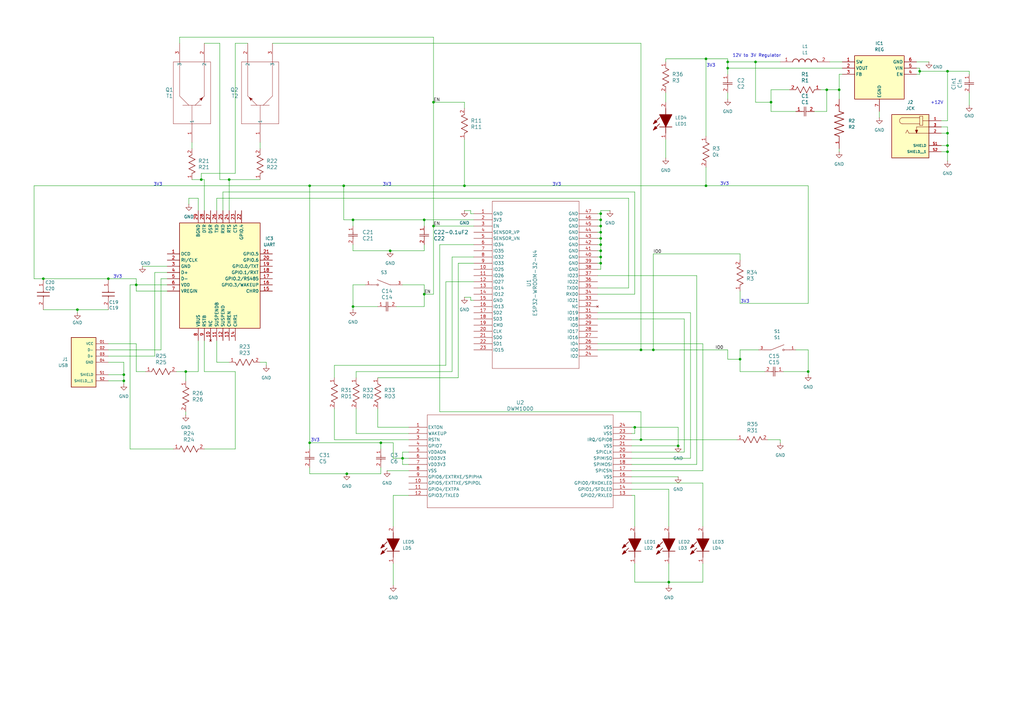
<source format=kicad_sch>
(kicad_sch (version 20231120) (generator "eeschema") (generator_version "8.0")
  (paper "A3")
  (junction (at 246.38 97.79))
  (junction (at 93.98 73.66))
  (junction (at 177.8 92.71))
  (junction (at 246.38 107.95))
  (junction (at 344.17 36.83))
  (junction (at 17.78 114.3))
  (junction (at 298.45 27.94))
  (junction (at 246.38 90.17))
  (junction (at 388.62 62.23))
  (junction (at 165.1 187.96))
  (junction (at 173.99 120.65))
  (junction (at 127 76.2))
  (junction (at 246.38 102.87))
  (junction (at 44.45 114.3))
  (junction (at 246.38 92.71))
  (junction (at 246.38 105.41))
  (junction (at 144.78 125.73))
  (junction (at 55.88 116.84))
  (junction (at 303.53 147.32))
  (junction (at 289.56 24.13))
  (junction (at 262.89 143.51))
  (junction (at 267.97 143.51))
  (junction (at 31.75 127))
  (junction (at 246.38 100.33))
  (junction (at 246.38 87.63))
  (junction (at 339.09 36.83))
  (junction (at 127 181.61))
  (junction (at 76.2 152.4))
  (junction (at 173.99 90.17))
  (junction (at 309.88 25.4))
  (junction (at 316.23 41.91))
  (junction (at 388.62 29.21))
  (junction (at 260.35 175.26))
  (junction (at 331.47 152.4))
  (junction (at 156.21 181.61))
  (junction (at 140.97 76.2))
  (junction (at 377.19 29.21))
  (junction (at 388.62 59.69))
  (junction (at 274.32 238.76))
  (junction (at 246.38 95.25))
  (junction (at 289.56 76.2))
  (junction (at 82.55 73.66))
  (junction (at 190.5 76.2))
  (junction (at 388.62 54.61))
  (junction (at 144.78 90.17))
  (junction (at 298.45 25.4))
  (junction (at 160.02 102.87))
  (junction (at 50.8 153.67))
  (junction (at 278.13 182.88))
  (junction (at 262.89 180.34))
  (junction (at 142.24 194.31))
  (junction (at 50.8 156.21))
  (junction (at 177.8 41.91))
  (wire (pts (xy 144.78 92.71) (xy 144.78 90.17)))
  (wire (pts (xy 288.29 140.97) (xy 288.29 193.04)))
  (wire (pts (xy 278.13 175.26) (xy 278.13 182.88)))
  (wire (pts (xy 81.28 81.28) (xy 77.47 81.28)))
  (wire (pts (xy 259.08 203.2) (xy 260.35 203.2)))
  (wire (pts (xy 127 191.77) (xy 127 194.31)))
  (wire (pts (xy 194.31 107.95) (xy 187.96 107.95)))
  (wire (pts (xy 182.88 149.86) (xy 137.16 149.86)))
  (wire (pts (xy 245.11 140.97) (xy 288.29 140.97)))
  (wire (pts (xy 194.31 115.57) (xy 182.88 115.57)))
  (wire (pts (xy 127 194.31) (xy 142.24 194.31)))
  (wire (pts (xy 109.22 148.59) (xy 106.68 148.59)))
  (wire (pts (xy 273.05 25.4) (xy 273.05 24.13)))
  (wire (pts (xy 140.97 76.2) (xy 190.5 76.2)))
  (wire (pts (xy 93.98 73.66) (xy 106.68 73.66)))
  (wire (pts (xy 194.31 100.33) (xy 180.34 100.33)))
  (wire (pts (xy 167.64 177.8) (xy 146.05 177.8)))
  (wire (pts (xy 298.45 25.4) (xy 298.45 27.94)))
  (wire (pts (xy 63.5 146.05) (xy 63.5 111.76)))
  (wire (pts (xy 83.82 73.66) (xy 83.82 86.36)))
  (wire (pts (xy 17.78 114.3) (xy 44.45 114.3)))
  (wire (pts (xy 66.04 114.3) (xy 68.58 114.3)))
  (wire (pts (xy 91.44 78.74) (xy 260.35 78.74)))
  (wire (pts (xy 331.47 143.51) (xy 326.39 143.51)))
  (wire (pts (xy 259.08 198.12) (xy 288.29 198.12)))
  (wire (pts (xy 194.31 92.71) (xy 177.8 92.71)))
  (wire (pts (xy 53.34 116.84) (xy 55.88 116.84)))
  (wire (pts (xy 13.97 114.3) (xy 17.78 114.3)))
  (wire (pts (xy 193.04 86.36) (xy 190.5 86.36)))
  (wire (pts (xy 142.24 194.31) (xy 156.21 194.31)))
  (wire (pts (xy 173.99 90.17) (xy 194.31 90.17)))
  (wire (pts (xy 144.78 100.33) (xy 144.78 102.87)))
  (wire (pts (xy 156.21 191.77) (xy 156.21 194.31)))
  (wire (pts (xy 140.97 90.17) (xy 144.78 90.17)))
  (wire (pts (xy 375.92 30.48) (xy 377.19 30.48)))
  (wire (pts (xy 267.97 143.51) (xy 298.45 143.51)))
  (wire (pts (xy 303.53 143.51) (xy 311.15 143.51)))
  (wire (pts (xy 88.9 148.59) (xy 93.98 148.59)))
  (wire (pts (xy 173.99 116.84) (xy 165.1 116.84)))
  (wire (pts (xy 331.47 124.46) (xy 331.47 76.2)))
  (wire (pts (xy 161.29 181.61) (xy 161.29 187.96)))
  (wire (pts (xy 190.5 57.15) (xy 190.5 76.2)))
  (wire (pts (xy 173.99 120.65) (xy 173.99 125.73)))
  (wire (pts (xy 377.19 29.21) (xy 388.62 29.21)))
  (wire (pts (xy 257.81 81.28) (xy 257.81 118.11)))
  (wire (pts (xy 73.66 15.24) (xy 177.8 15.24)))
  (wire (pts (xy 316.23 41.91) (xy 316.23 36.83)))
  (wire (pts (xy 194.31 105.41) (xy 185.42 105.41)))
  (wire (pts (xy 83.82 17.78) (xy 90.17 17.78)))
  (wire (pts (xy 245.11 92.71) (xy 246.38 92.71)))
  (wire (pts (xy 246.38 87.63) (xy 246.38 90.17)))
  (wire (pts (xy 260.35 175.26) (xy 278.13 175.26)))
  (wire (pts (xy 289.56 24.13) (xy 289.56 55.88)))
  (wire (pts (xy 83.82 152.4) (xy 96.52 152.4)))
  (wire (pts (xy 274.32 238.76) (xy 274.32 240.03)))
  (wire (pts (xy 88.9 86.36) (xy 88.9 81.28)))
  (wire (pts (xy 259.08 187.96) (xy 283.21 187.96)))
  (wire (pts (xy 137.16 149.86) (xy 137.16 154.94)))
  (wire (pts (xy 96.52 17.78) (xy 96.52 71.12)))
  (wire (pts (xy 167.64 203.2) (xy 161.29 203.2)))
  (wire (pts (xy 273.05 57.15) (xy 273.05 64.77)))
  (wire (pts (xy 344.17 30.48) (xy 344.17 36.83)))
  (wire (pts (xy 245.11 113.03) (xy 285.75 113.03)))
  (wire (pts (xy 165.1 187.96) (xy 167.64 187.96)))
  (wire (pts (xy 165.1 190.5) (xy 165.1 187.96)))
  (wire (pts (xy 260.35 231.14) (xy 260.35 238.76)))
  (wire (pts (xy 154.94 175.26) (xy 154.94 167.64)))
  (wire (pts (xy 71.12 184.15) (xy 53.34 184.15)))
  (wire (pts (xy 144.78 102.87) (xy 160.02 102.87)))
  (wire (pts (xy 106.68 58.42) (xy 106.68 60.96)))
  (wire (pts (xy 144.78 116.84) (xy 149.86 116.84)))
  (wire (pts (xy 146.05 152.4) (xy 146.05 154.94)))
  (wire (pts (xy 44.45 148.59) (xy 50.8 148.59)))
  (wire (pts (xy 259.08 195.58) (xy 278.13 195.58)))
  (wire (pts (xy 165.1 185.42) (xy 165.1 187.96)))
  (wire (pts (xy 388.62 29.21) (xy 397.51 29.21)))
  (wire (pts (xy 167.64 175.26) (xy 154.94 175.26)))
  (wire (pts (xy 259.08 200.66) (xy 274.32 200.66)))
  (wire (pts (xy 127 76.2) (xy 127 181.61)))
  (wire (pts (xy 386.08 54.61) (xy 388.62 54.61)))
  (wire (pts (xy 167.64 180.34) (xy 137.16 180.34)))
  (wire (pts (xy 144.78 116.84) (xy 144.78 125.73)))
  (wire (pts (xy 280.67 130.81) (xy 280.67 185.42)))
  (wire (pts (xy 298.45 38.1) (xy 298.45 40.64)))
  (wire (pts (xy 334.01 45.72) (xy 339.09 45.72)))
  (wire (pts (xy 96.52 71.12) (xy 82.55 71.12)))
  (wire (pts (xy 193.04 87.63) (xy 194.31 87.63)))
  (wire (pts (xy 320.04 181.61) (xy 320.04 180.34)))
  (wire (pts (xy 298.45 147.32) (xy 303.53 147.32)))
  (wire (pts (xy 44.45 146.05) (xy 63.5 146.05)))
  (wire (pts (xy 101.6 17.78) (xy 96.52 17.78)))
  (wire (pts (xy 397.51 29.21) (xy 397.51 30.48)))
  (wire (pts (xy 44.45 156.21) (xy 50.8 156.21)))
  (wire (pts (xy 161.29 187.96) (xy 165.1 187.96)))
  (wire (pts (xy 167.64 185.42) (xy 165.1 185.42)))
  (wire (pts (xy 13.97 76.2) (xy 13.97 114.3)))
  (wire (pts (xy 76.2 168.91) (xy 76.2 170.18)))
  (wire (pts (xy 156.21 181.61) (xy 161.29 181.61)))
  (wire (pts (xy 388.62 52.07) (xy 388.62 54.61)))
  (wire (pts (xy 90.17 73.66) (xy 93.98 73.66)))
  (wire (pts (xy 246.38 90.17) (xy 246.38 92.71)))
  (wire (pts (xy 303.53 152.4) (xy 303.53 147.32)))
  (wire (pts (xy 316.23 36.83) (xy 323.85 36.83)))
  (wire (pts (xy 73.66 17.78) (xy 73.66 15.24)))
  (wire (pts (xy 185.42 152.4) (xy 146.05 152.4)))
  (wire (pts (xy 68.58 119.38) (xy 55.88 119.38)))
  (wire (pts (xy 53.34 184.15) (xy 53.34 116.84)))
  (wire (pts (xy 273.05 38.1) (xy 273.05 41.91)))
  (wire (pts (xy 185.42 105.41) (xy 185.42 152.4)))
  (wire (pts (xy 262.89 180.34) (xy 302.26 180.34)))
  (wire (pts (xy 288.29 231.14) (xy 288.29 238.76)))
  (wire (pts (xy 339.09 36.83) (xy 339.09 45.72)))
  (wire (pts (xy 165.1 190.5) (xy 167.64 190.5)))
  (wire (pts (xy 190.5 121.92) (xy 193.04 121.92)))
  (wire (pts (xy 146.05 177.8) (xy 146.05 167.64)))
  (wire (pts (xy 267.97 104.14) (xy 303.53 104.14)))
  (wire (pts (xy 246.38 95.25) (xy 246.38 97.79)))
  (wire (pts (xy 386.08 49.53) (xy 388.62 49.53)))
  (wire (pts (xy 262.89 143.51) (xy 262.89 17.78)))
  (wire (pts (xy 345.44 30.48) (xy 344.17 30.48)))
  (wire (pts (xy 246.38 86.36) (xy 250.19 86.36)))
  (wire (pts (xy 78.74 58.42) (xy 78.74 60.96)))
  (wire (pts (xy 127 184.15) (xy 127 181.61)))
  (wire (pts (xy 288.29 238.76) (xy 274.32 238.76)))
  (wire (pts (xy 375.92 27.94) (xy 377.19 27.94)))
  (wire (pts (xy 262.89 143.51) (xy 267.97 143.51)))
  (wire (pts (xy 55.88 152.4) (xy 59.69 152.4)))
  (wire (pts (xy 88.9 81.28) (xy 257.81 81.28)))
  (wire (pts (xy 246.38 92.71) (xy 246.38 95.25)))
  (wire (pts (xy 245.11 87.63) (xy 246.38 87.63)))
  (wire (pts (xy 66.04 143.51) (xy 66.04 114.3)))
  (wire (pts (xy 156.21 181.61) (xy 156.21 184.15)))
  (wire (pts (xy 180.34 100.33) (xy 180.34 168.91)))
  (wire (pts (xy 273.05 24.13) (xy 289.56 24.13)))
  (wire (pts (xy 17.78 127) (xy 31.75 127)))
  (wire (pts (xy 88.9 148.59) (xy 88.9 139.7)))
  (wire (pts (xy 96.52 152.4) (xy 96.52 184.15)))
  (wire (pts (xy 187.96 107.95) (xy 187.96 154.94)))
  (wire (pts (xy 173.99 116.84) (xy 173.99 120.65)))
  (wire (pts (xy 331.47 143.51) (xy 331.47 152.4)))
  (wire (pts (xy 55.88 119.38) (xy 55.88 116.84)))
  (wire (pts (xy 245.11 128.27) (xy 283.21 128.27)))
  (wire (pts (xy 344.17 36.83) (xy 339.09 36.83)))
  (wire (pts (xy 260.35 78.74) (xy 260.35 120.65)))
  (wire (pts (xy 340.36 25.4) (xy 345.44 25.4)))
  (wire (pts (xy 161.29 231.14) (xy 161.29 240.03)))
  (wire (pts (xy 245.11 102.87) (xy 246.38 102.87)))
  (wire (pts (xy 127 76.2) (xy 140.97 76.2)))
  (wire (pts (xy 388.62 59.69) (xy 388.62 62.23)))
  (wire (pts (xy 177.8 41.91) (xy 190.5 41.91)))
  (wire (pts (xy 245.11 143.51) (xy 262.89 143.51)))
  (wire (pts (xy 298.45 143.51) (xy 298.45 147.32)))
  (wire (pts (xy 309.88 25.4) (xy 309.88 41.91)))
  (wire (pts (xy 173.99 90.17) (xy 173.99 92.71)))
  (wire (pts (xy 13.97 76.2) (xy 127 76.2)))
  (wire (pts (xy 289.56 76.2) (xy 331.47 76.2)))
  (wire (pts (xy 321.31 152.4) (xy 331.47 152.4)))
  (wire (pts (xy 158.75 193.04) (xy 167.64 193.04)))
  (wire (pts (xy 161.29 203.2) (xy 161.29 215.9)))
  (wire (pts (xy 83.82 139.7) (xy 83.82 152.4)))
  (wire (pts (xy 303.53 124.46) (xy 331.47 124.46)))
  (wire (pts (xy 316.23 45.72) (xy 316.23 41.91)))
  (wire (pts (xy 262.89 17.78) (xy 111.76 17.78)))
  (wire (pts (xy 285.75 113.03) (xy 285.75 190.5)))
  (wire (pts (xy 245.11 107.95) (xy 246.38 107.95)))
  (wire (pts (xy 55.88 116.84) (xy 68.58 116.84)))
  (wire (pts (xy 259.08 182.88) (xy 278.13 182.88)))
  (wire (pts (xy 344.17 36.83) (xy 344.17 40.64)))
  (wire (pts (xy 31.75 127) (xy 44.45 127)))
  (wire (pts (xy 58.42 109.22) (xy 68.58 109.22)))
  (wire (pts (xy 162.56 125.73) (xy 173.99 125.73)))
  (wire (pts (xy 298.45 30.48) (xy 298.45 27.94)))
  (wire (pts (xy 388.62 62.23) (xy 388.62 66.04)))
  (wire (pts (xy 360.68 45.72) (xy 360.68 48.26)))
  (wire (pts (xy 386.08 59.69) (xy 388.62 59.69)))
  (wire (pts (xy 137.16 180.34) (xy 137.16 167.64)))
  (wire (pts (xy 144.78 125.73) (xy 144.78 127)))
  (wire (pts (xy 289.56 24.13) (xy 298.45 24.13)))
  (wire (pts (xy 280.67 185.42) (xy 259.08 185.42)))
  (wire (pts (xy 144.78 125.73) (xy 154.94 125.73)))
  (wire (pts (xy 260.35 203.2) (xy 260.35 215.9)))
  (wire (pts (xy 50.8 157.48) (xy 50.8 156.21)))
  (wire (pts (xy 259.08 177.8) (xy 260.35 177.8)))
  (wire (pts (xy 109.22 149.86) (xy 109.22 148.59)))
  (wire (pts (xy 246.38 100.33) (xy 246.38 102.87)))
  (wire (pts (xy 182.88 115.57) (xy 182.88 149.86)))
  (wire (pts (xy 285.75 190.5) (xy 259.08 190.5)))
  (wire (pts (xy 298.45 24.13) (xy 298.45 25.4)))
  (wire (pts (xy 274.32 231.14) (xy 274.32 238.76)))
  (wire (pts (xy 245.11 110.49) (xy 246.38 110.49)))
  (wire (pts (xy 180.34 168.91) (xy 262.89 168.91)))
  (wire (pts (xy 63.5 111.76) (xy 68.58 111.76)))
  (wire (pts (xy 82.55 73.66) (xy 83.82 73.66)))
  (wire (pts (xy 78.74 73.66) (xy 82.55 73.66)))
  (wire (pts (xy 127 181.61) (xy 156.21 181.61)))
  (wire (pts (xy 298.45 27.94) (xy 345.44 27.94)))
  (wire (pts (xy 193.04 87.63) (xy 193.04 86.36)))
  (wire (pts (xy 144.78 90.17) (xy 173.99 90.17)))
  (wire (pts (xy 259.08 175.26) (xy 260.35 175.26)))
  (wire (pts (xy 55.88 114.3) (xy 55.88 116.84)))
  (wire (pts (xy 397.51 38.1) (xy 397.51 43.18)))
  (wire (pts (xy 44.45 153.67) (xy 50.8 153.67)))
  (wire (pts (xy 260.35 175.26) (xy 260.35 177.8)))
  (wire (pts (xy 320.04 25.4) (xy 309.88 25.4)))
  (wire (pts (xy 314.96 180.34) (xy 320.04 180.34)))
  (wire (pts (xy 245.11 130.81) (xy 280.67 130.81)))
  (wire (pts (xy 187.96 154.94) (xy 154.94 154.94)))
  (wire (pts (xy 31.75 128.27) (xy 31.75 127)))
  (wire (pts (xy 76.2 152.4) (xy 81.28 152.4)))
  (wire (pts (xy 44.45 143.51) (xy 66.04 143.51)))
  (wire (pts (xy 96.52 184.15) (xy 83.82 184.15)))
  (wire (pts (xy 303.53 119.38) (xy 303.53 124.46)))
  (wire (pts (xy 245.11 100.33) (xy 246.38 100.33)))
  (wire (pts (xy 344.17 60.96) (xy 344.17 62.23)))
  (wire (pts (xy 193.04 121.92) (xy 193.04 123.19)))
  (wire (pts (xy 76.2 152.4) (xy 76.2 156.21)))
  (wire (pts (xy 375.92 25.4) (xy 381 25.4)))
  (wire (pts (xy 309.88 41.91) (xy 316.23 41.91)))
  (wire (pts (xy 245.11 95.25) (xy 246.38 95.25)))
  (wire (pts (xy 313.69 152.4) (xy 303.53 152.4)))
  (wire (pts (xy 246.38 110.49) (xy 246.38 107.95)))
  (wire (pts (xy 173.99 100.33) (xy 173.99 102.87)))
  (wire (pts (xy 259.08 193.04) (xy 288.29 193.04)))
  (wire (pts (xy 44.45 140.97) (xy 55.88 140.97)))
  (wire (pts (xy 288.29 198.12) (xy 288.29 215.9)))
  (wire (pts (xy 339.09 36.83) (xy 336.55 36.83)))
  (wire (pts (xy 260.35 120.65) (xy 245.11 120.65)))
  (wire (pts (xy 177.8 41.91) (xy 177.8 92.71)))
  (wire (pts (xy 245.11 118.11) (xy 257.81 118.11)))
  (wire (pts (xy 82.55 71.12) (xy 82.55 73.66)))
  (wire (pts (xy 377.19 29.21) (xy 377.19 30.48)))
  (wire (pts (xy 331.47 152.4) (xy 331.47 153.67)))
  (wire (pts (xy 81.28 139.7) (xy 81.28 152.4)))
  (wire (pts (xy 245.11 90.17) (xy 246.38 90.17)))
  (wire (pts (xy 386.08 52.07) (xy 388.62 52.07)))
  (wire (pts (xy 177.8 120.65) (xy 177.8 92.71)))
  (wire (pts (xy 267.97 104.14) (xy 267.97 143.51)))
  (wire (pts (xy 177.8 15.24) (xy 177.8 41.91)))
  (wire (pts (xy 262.89 168.91) (xy 262.89 180.34)))
  (wire (pts (xy 260.35 238.76) (xy 274.32 238.76)))
  (wire (pts (xy 259.08 180.34) (xy 262.89 180.34)))
  (wire (pts (xy 289.56 68.58) (xy 289.56 76.2)))
  (wire (pts (xy 193.04 123.19) (xy 194.31 123.19)))
  (wire (pts (xy 93.98 73.66) (xy 93.98 86.36)))
  (wire (pts (xy 246.38 105.41) (xy 246.38 107.95)))
  (wire (pts (xy 326.39 45.72) (xy 316.23 45.72)))
  (wire (pts (xy 246.38 102.87) (xy 246.38 105.41)))
  (wire (pts (xy 44.45 114.3) (xy 55.88 114.3)))
  (wire (pts (xy 140.97 76.2) (xy 140.97 90.17)))
  (wire (pts (xy 303.53 147.32) (xy 303.53 143.51)))
  (wire (pts (xy 72.39 152.4) (xy 76.2 152.4)))
  (wire (pts (xy 377.19 27.94) (xy 377.19 29.21)))
  (wire (pts (xy 303.53 104.14) (xy 303.53 106.68)))
  (wire (pts (xy 50.8 148.59) (xy 50.8 153.67)))
  (wire (pts (xy 160.02 102.87) (xy 173.99 102.87)))
  (wire (pts (xy 245.11 97.79) (xy 246.38 97.79)))
  (wire (pts (xy 90.17 17.78) (xy 90.17 73.66)))
  (wire (pts (xy 91.44 78.74) (xy 91.44 86.36)))
  (wire (pts (xy 274.32 200.66) (xy 274.32 215.9)))
  (wire (pts (xy 388.62 29.21) (xy 388.62 49.53)))
  (wire (pts (xy 298.45 25.4) (xy 309.88 25.4)))
  (wire (pts (xy 77.47 81.28) (xy 77.47 83.82)))
  (wire (pts (xy 246.38 87.63) (xy 246.38 86.36)))
  (wire (pts (xy 173.99 120.65) (xy 177.8 120.65)))
  (wire (pts (xy 388.62 54.61) (xy 388.62 59.69)))
  (wire (pts (xy 246.38 97.79) (xy 246.38 100.33)))
  (wire (pts (xy 81.28 86.36) (xy 81.28 81.28)))
  (wire (pts (xy 190.5 76.2) (xy 289.56 76.2)))
  (wire (pts (xy 50.8 153.67) (xy 50.8 156.21)))
  (wire (pts (xy 386.08 62.23) (xy 388.62 62.23)))
  (wire (pts (xy 245.11 105.41) (xy 246.38 105.41)))
  (wire (pts (xy 55.88 140.97) (xy 55.88 152.4)))
  (wire (pts (xy 283.21 128.27) (xy 283.21 187.96)))
  (wire (pts (xy 190.5 41.91) (xy 190.5 44.45)))
  (text "3V3" (at 64.77 75.692 0) (effects (font (size 1.27 1.27))))
  (text "+12V" (at 384.302 42.164 0) (effects (font (size 1.27 1.27))))
  (text "3V3" (at 291.592 26.924 0) (effects (font (size 1.27 1.27))))
  (text "3V3" (at 305.562 123.698 0) (effects (font (size 1.27 1.27))))
  (text "3V3" (at 48.26 113.538 0) (effects (font (size 1.27 1.27))))
  (text "3V3" (at 158.75 75.692 0) (effects (font (size 1.27 1.27))))
  (text "3V3" (at 129.286 180.594 0) (effects (font (size 1.27 1.27))))
  (text "12V to 3V Regulator" (at 310.388 22.86 0) (effects (font (size 1.27 1.27))))
  (text "3V3" (at 297.18 75.438 0) (effects (font (size 1.27 1.27))))
  (text "3V3" (at 228.346 75.692 0) (effects (font (size 1.27 1.27))))
  (label "IO0" (at 267.97 104.14 0))
  (label "IO0" (at 293.37 143.51 0))
  (label "EN" (at 177.8 92.71 0))
  (label "EN" (at 177.8 41.91 0))
  (label "EN" (at 173.99 120.65 0))
  (symbol (lib_id "87583-2010RLF:87583-2010RLF") (at 34.29 146.05 0) (mirror y) (unit 1)
    (property "Reference" "J1" (at 27.94 147.3199 0) (effects (justify left)))
    (property "Value" "USB" (at 27.94 149.8599 0) (effects (justify left)))
    (property "Footprint" "SD V2 USB to UART Components:AMPHENOL_87583-2010RLF" (effects (hide yes)))
    (property "PARTREV" "AD" (effects (hide yes)))
    (property "MANUFACTURER" "Amphenol" (effects (hide yes)))
    (property "MAXIMUM_PACKAGE_HEIGHT" "7.74mm" (effects (hide yes)))
    (property "STANDARD" "Manufacturer Recommendations" (effects (hide yes)))
  )
  (symbol (lib_id "2024-09-04_21-57-04:RG2012P-105-B-T5") (at 154.94 154.94 270) (unit 1)
    (property "Reference" "R33" (at 157.48 160.0199 90) (effects (font (size 1.524 1.524)) (justify left)))
    (property "Value" "RD3" (at 157.48 162.5599 90) (effects (font (size 1.524 1.524)) (justify left)))
    (property "Footprint" "SD V2 USB to UART Components:RES_1220_SUS" (effects (hide yes)))
    (property "Datasheet" "RG2012P-105-B-T5" (effects (hide yes)))
  )
  (symbol (lib_id "power:GND") (at 77.47 83.82 0) (unit 1)
    (property "Reference" "#PWR013" (effects (hide yes)))
    (property "Value" "GND" (at 77.47 88.9 0))
    (property "Description" "Power symbol creates a global label with name \"GND\" , ground" (effects (hide yes)))
  )
  (symbol (lib_id "2024-09-06_13-28-08:CC0805KRX7R9BB104") (at 321.31 152.4 180) (unit 1)
    (property "Reference" "C15" (at 317.5 146.05 0) (effects (font (size 1.524 1.524))))
    (property "Value" "C15" (at 317.5 148.59 0) (effects (font (size 1.524 1.524))))
    (property "Footprint" "SD V2 ESP32 Components:CC0805N_YAG" (effects (hide yes)))
    (property "Datasheet" "CC0805KRX7R9BB104" (effects (hide yes)))
  )
  (symbol (lib_id "2024-09-04_21-57-04:RG2012P-105-B-T5") (at 273.05 25.4 270) (unit 1)
    (property "Reference" "R36" (at 275.59 30.4799 90) (effects (font (size 1.524 1.524)) (justify left)))
    (property "Value" "R3" (at 275.59 33.0199 90) (effects (font (size 1.524 1.524)) (justify left)))
    (property "Footprint" "SD V2 USB to UART Components:RES_1220_SUS" (effects (hide yes)))
    (property "Datasheet" "RG2012P-105-B-T5" (effects (hide yes)))
  )
  (symbol (lib_id "2024-09-06_12-33-39:RMCF0805FT47K5") (at 76.2 156.21 270) (unit 1)
    (property "Reference" "R26" (at 78.74 161.2899 90) (effects (font (size 1.524 1.524)) (justify left)))
    (property "Value" "R26" (at 78.74 163.8299 90) (effects (font (size 1.524 1.524)) (justify left)))
    (property "Footprint" "SD V2 USB to UART Components:STA_RMCF080547.5K_STP" (effects (hide yes)))
    (property "Datasheet" "RMCF0805FT47K5" (effects (hide yes)))
  )
  (symbol (lib_id "power:GND") (at 274.32 240.03 0) (unit 1)
    (property "Reference" "#PWR025" (effects (hide yes)))
    (property "Value" "GND" (at 274.32 245.11 0))
    (property "Description" "Power symbol creates a global label with name \"GND\" , ground" (effects (hide yes)))
  )
  (symbol (lib_id "2024-09-06_12-42-36:ERJ-6GEYJ103V") (at 314.96 180.34 0) (mirror y) (unit 1)
    (property "Reference" "R35" (at 308.61 173.99 0) (effects (font (size 1.524 1.524))))
    (property "Value" "R31" (at 308.61 176.53 0) (effects (font (size 1.524 1.524))))
    (property "Footprint" "SD V2 USB to UART Components:RC0805N_PAN" (effects (hide yes)))
    (property "Datasheet" "ERJ-6GEYJ103V" (effects (hide yes)))
  )
  (symbol (lib_id "2024-09-06_12-42-36:ERJ-6GEYJ103V") (at 106.68 60.96 90) (mirror x) (unit 1)
    (property "Reference" "R22" (at 109.22 66.0399 90) (effects (font (size 1.524 1.524)) (justify right)))
    (property "Value" "R22" (at 109.22 68.5799 90) (effects (font (size 1.524 1.524)) (justify right)))
    (property "Footprint" "SD V2 USB to UART Components:RC0805N_PAN" (effects (hide yes)))
    (property "Datasheet" "ERJ-6GEYJ103V" (effects (hide yes)))
  )
  (symbol (lib_id "2024-08-07_20-06-52:ESP32-WROOM-32-N4") (at 194.31 87.63 0) (unit 1)
    (property "Reference" "U1" (at 216.916 116.078 90) (effects (font (size 1.524 1.524))))
    (property "Value" "ESP32-WROOM-32-N4" (at 219.456 116.078 90) (effects (font (size 1.524 1.524))))
    (property "Footprint" "SD V2 ESP32 Components:MOD_ESP32-WROOM-32_EXP" (effects (hide yes)))
    (property "Datasheet" "ESP32-WROOM-32-N4" (effects (hide yes)))
  )
  (symbol (lib_id "2024-09-06_13-28-08:CC0805KRX7R9BB104") (at 154.94 125.73 0) (mirror x) (unit 1)
    (property "Reference" "C14" (at 158.75 119.38 0) (effects (font (size 1.524 1.524))))
    (property "Value" "C14" (at 158.75 121.92 0) (effects (font (size 1.524 1.524))))
    (property "Footprint" "SD V2 ESP32 Components:CC0805N_YAG" (effects (hide yes)))
    (property "Datasheet" "CC0805KRX7R9BB104" (effects (hide yes)))
  )
  (symbol (lib_id "2024-09-06_12-42-36:ERJ-6GEYJ103V") (at 303.53 106.68 90) (mirror x) (unit 1)
    (property "Reference" "R34" (at 306.07 111.7599 90) (effects (font (size 1.524 1.524)) (justify right)))
    (property "Value" "R3" (at 306.07 114.2999 90) (effects (font (size 1.524 1.524)) (justify right)))
    (property "Footprint" "SD V2 USB to UART Components:RC0805N_PAN" (effects (hide yes)))
    (property "Datasheet" "ERJ-6GEYJ103V" (effects (hide yes)))
  )
  (symbol (lib_id "2024-09-06_12-42-36:ERJ-6GEYJ103V") (at 190.5 44.45 90) (mirror x) (unit 1)
    (property "Reference" "R11" (at 193.04 49.5299 90) (effects (font (size 1.524 1.524)) (justify right)))
    (property "Value" "R11" (at 193.04 52.0699 90) (effects (font (size 1.524 1.524)) (justify right)))
    (property "Footprint" "SD V2 USB to UART Components:RC0805N_PAN" (effects (hide yes)))
    (property "Datasheet" "ERJ-6GEYJ103V" (effects (hide yes)))
  )
  (symbol (lib_id "power:GND") (at 144.78 127 0) (mirror y) (unit 1)
    (property "Reference" "#PWR023" (effects (hide yes)))
    (property "Value" "GND" (at 144.78 132.08 0))
    (property "Description" "Power symbol creates a global label with name \"GND\" , ground" (effects (hide yes)))
  )
  (symbol (lib_id "2024-09-06_14-15-17:SS8050-G") (at 78.74 58.42 90) (unit 1)
    (property "Reference" "Q1" (at 67.818 36.83 90) (effects (font (size 1.524 1.524)) (justify right)))
    (property "Value" "T1" (at 68.072 39.37 90) (effects (font (size 1.524 1.524)) (justify right)))
    (property "Footprint" "SD V2 USB to UART Components:TRAN_SS8050-G_CIP" (effects (hide yes)))
    (property "Datasheet" "SS8050-G" (effects (hide yes)))
  )
  (symbol (lib_id "power:GND") (at 360.68 48.26 0) (unit 1)
    (property "Reference" "#PWR04" (effects (hide yes)))
    (property "Value" "GND" (at 360.68 53.34 0))
    (property "Description" "Power symbol creates a global label with name \"GND\" , ground" (effects (hide yes)))
  )
  (symbol (lib_id "power:GND") (at 58.42 109.22 0) (unit 1)
    (property "Reference" "#PWR012" (effects (hide yes)))
    (property "Value" "GND" (at 59.69 107.95 0))
    (property "Description" "Power symbol creates a global label with name \"GND\" , ground" (effects (hide yes)))
  )
  (symbol (lib_id "HSMW-C170-U0000:HSMW-C170-U0000") (at 274.32 231.14 90) (unit 1)
    (property "Reference" "LED2" (at 278.13 222.2499 90) (effects (justify right)))
    (property "Value" "LD3" (at 278.13 224.7899 90) (effects (justify right)))
    (property "Footprint" "SD V2 DW1000 Components:LEDC2012X90N" (effects (hide yes)))
    (property "Datasheet" "https://componentsearchengine.com/Datasheets/2/HSMW-C170-U0000.pdf" (effects (hide yes)))
    (property "Description" "BROADCOM LIMITED - HSMW-C170-U0000 - LED, WHITE, 670MCD, 0805" (effects (hide yes)))
    (property "Height" "0.9" (effects (hide yes)))
    (property "Mouser Part Number" "630-HSMW-C170-U0000" (effects (hide yes)))
    (property "Mouser Price/Stock" "https://www.mouser.co.uk/ProductDetail/Broadcom-Avago/HSMW-C170-U0000?qs=tMOYG%252Bw4%252BLwGyeHODzQdug%3D%3D" (effects (hide yes)))
    (property "Manufacturer_Name" "Avago Technologies" (effects (hide yes)))
    (property "Manufacturer_Part_Number" "HSMW-C170-U0000" (effects (hide yes)))
  )
  (symbol (lib_id "2024-09-06_13-28-08:CC0805KRX7R9BB104") (at 156.21 184.15 270) (unit 1)
    (property "Reference" "C3" (at 160.02 186.6899 90) (effects (font (size 1.524 1.524)) (justify left)))
    (property "Value" "C6" (at 160.02 189.2299 90) (effects (font (size 1.524 1.524)) (justify left)))
    (property "Footprint" "SD V2 ESP32 Components:CC0805N_YAG" (effects (hide yes)))
    (property "Datasheet" "CC0805KRX7R9BB104" (effects (hide yes)))
  )
  (symbol (lib_id "power:GND") (at 273.05 64.77 0) (unit 1)
    (property "Reference" "#PWR026" (effects (hide yes)))
    (property "Value" "GND" (at 273.05 69.85 0))
    (property "Description" "Power symbol creates a global label with name \"GND\" , ground" (effects (hide yes)))
  )
  (symbol (lib_id "2024-09-04_21-57-04:RG2012P-105-B-T5") (at 71.12 184.15 0) (unit 1)
    (property "Reference" "R24" (at 77.47 177.8 0) (effects (font (size 1.524 1.524))))
    (property "Value" "R24" (at 77.47 180.34 0) (effects (font (size 1.524 1.524))))
    (property "Footprint" "SD V2 USB to UART Components:RES_1220_SUS" (effects (hide yes)))
    (property "Datasheet" "RG2012P-105-B-T5" (effects (hide yes)))
  )
  (symbol (lib_id "2024-08-05_15-40-12:RC0805FR-07560KL") (at 323.85 36.83 0) (unit 1)
    (property "Reference" "R1" (at 330.2 30.48 0) (effects (font (size 1.524 1.524))))
    (property "Value" "R1" (at 330.2 33.02 0) (effects (font (size 1.524 1.524))))
    (property "Footprint" "SD V2 Voltage Regulator Components:R1-560K RC0805N_YAG" (effects (hide yes)))
    (property "Datasheet" "RC0805FR-07560KL" (effects (hide yes)))
  )
  (symbol (lib_id "power:GND") (at 278.13 195.58 0) (unit 1)
    (property "Reference" "#PWR010" (effects (hide yes)))
    (property "Value" "GND" (at 278.13 200.66 0))
    (property "Description" "Power symbol creates a global label with name \"GND\" , ground" (effects (hide yes)))
  )
  (symbol (lib_id "power:GND") (at 344.17 62.23 0) (unit 1)
    (property "Reference" "#PWR05" (effects (hide yes)))
    (property "Value" "GND" (at 344.17 67.31 0))
    (property "Description" "Power symbol creates a global label with name \"GND\" , ground" (effects (hide yes)))
  )
  (symbol (lib_id "power:GND") (at 160.02 102.87 0) (unit 1)
    (property "Reference" "#PWR019" (effects (hide yes)))
    (property "Value" "GND" (at 160.02 107.95 0))
    (property "Description" "Power symbol creates a global label with name \"GND\" , ground" (effects (hide yes)))
  )
  (symbol (lib_id "power:GND") (at 298.45 40.64 0) (unit 1)
    (property "Reference" "#PWR06" (effects (hide yes)))
    (property "Value" "GND" (at 298.45 45.72 0))
    (property "Description" "Power symbol creates a global label with name \"GND\" , ground" (effects (hide yes)))
  )
  (symbol (lib_id "power:GND") (at 109.22 149.86 0) (unit 1)
    (property "Reference" "#PWR018" (effects (hide yes)))
    (property "Value" "GND" (at 109.22 154.94 0))
    (property "Description" "Power symbol creates a global label with name \"GND\" , ground" (effects (hide yes)))
  )
  (symbol (lib_id "2024-08-05_16-00-45:CC0805JRNPO9BN220") (at 326.39 45.72 0) (unit 1)
    (property "Reference" "C1" (at 330.2 39.37 0) (effects (font (size 1.524 1.524))))
    (property "Value" "C1" (at 330.2 41.91 0) (effects (font (size 1.524 1.524))))
    (property "Footprint" "SD V2 Voltage Regulator Components:Cff-22pF CAP_CC0805_YAG" (effects (hide yes)))
    (property "Datasheet" "CC0805JRNPO9BN220" (effects (hide yes)))
  )
  (symbol (lib_id "HSMW-C170-U0000:HSMW-C170-U0000") (at 273.05 57.15 90) (unit 1)
    (property "Reference" "LED4" (at 276.86 48.2599 90) (effects (justify right)))
    (property "Value" "LED1" (at 276.86 50.7999 90) (effects (justify right)))
    (property "Footprint" "SD V2 DW1000 Components:LEDC2012X90N" (effects (hide yes)))
    (property "Datasheet" "https://componentsearchengine.com/Datasheets/2/HSMW-C170-U0000.pdf" (effects (hide yes)))
    (property "Description" "BROADCOM LIMITED - HSMW-C170-U0000 - LED, WHITE, 670MCD, 0805" (effects (hide yes)))
    (property "Height" "0.9" (effects (hide yes)))
    (property "Mouser Part Number" "630-HSMW-C170-U0000" (effects (hide yes)))
    (property "Mouser Price/Stock" "https://www.mouser.co.uk/ProductDetail/Broadcom-Avago/HSMW-C170-U0000?qs=tMOYG%252Bw4%252BLwGyeHODzQdug%3D%3D" (effects (hide yes)))
    (property "Manufacturer_Name" "Avago Technologies" (effects (hide yes)))
    (property "Manufacturer_Part_Number" "HSMW-C170-U0000" (effects (hide yes)))
  )
  (symbol (lib_id "2024-09-06_13-19-00:LMK212BJ226MG-T") (at 127 184.15 270) (unit 1)
    (property "Reference" "C31" (at 130.81 186.6899 90) (effects (font (size 1.524 1.524)) (justify left)))
    (property "Value" "C5" (at 130.81 189.2299 90) (effects (font (size 1.524 1.524)) (justify left)))
    (property "Footprint" "SD V2 ESP32 Components:CAP_LMK212AB7106MG-T_TAY" (effects (hide yes)))
    (property "Datasheet" "LMK212BJ226MG-T" (effects (hide yes)))
  )
  (symbol (lib_id "HSMW-C170-U0000:HSMW-C170-U0000") (at 288.29 231.14 90) (unit 1)
    (property "Reference" "LED3" (at 292.1 222.2499 90) (effects (justify right)))
    (property "Value" "LD4" (at 292.1 224.7899 90) (effects (justify right)))
    (property "Footprint" "SD V2 DW1000 Components:LEDC2012X90N" (effects (hide yes)))
    (property "Datasheet" "https://componentsearchengine.com/Datasheets/2/HSMW-C170-U0000.pdf" (effects (hide yes)))
    (property "Description" "BROADCOM LIMITED - HSMW-C170-U0000 - LED, WHITE, 670MCD, 0805" (effects (hide yes)))
    (property "Height" "0.9" (effects (hide yes)))
    (property "Mouser Part Number" "630-HSMW-C170-U0000" (effects (hide yes)))
    (property "Mouser Price/Stock" "https://www.mouser.co.uk/ProductDetail/Broadcom-Avago/HSMW-C170-U0000?qs=tMOYG%252Bw4%252BLwGyeHODzQdug%3D%3D" (effects (hide yes)))
    (property "Manufacturer_Name" "Avago Technologies" (effects (hide yes)))
    (property "Manufacturer_Part_Number" "HSMW-C170-U0000" (effects (hide yes)))
  )
  (symbol (lib_id "2024-09-09_17-13-58:RMCF0805ZT0R00") (at 289.56 55.88 270) (unit 1)
    (property "Reference" "R3" (at 292.1 60.9599 90) (effects (font (size 1.524 1.524)) (justify left)))
    (property "Value" "0k" (at 292.1 63.4999 90) (effects (font (size 1.524 1.524)) (justify left)))
    (property "Footprint" "STA_RMCF0805_STP" (effects (hide yes)))
    (property "Datasheet" "RMCF0805ZT0R00" (effects (hide yes)))
  )
  (symbol (lib_id "power:GND") (at 76.2 170.18 0) (unit 1)
    (property "Reference" "#PWR014" (effects (hide yes)))
    (property "Value" "GND" (at 76.2 175.26 0))
    (property "Description" "Power symbol creates a global label with name \"GND\" , ground" (effects (hide yes)))
  )
  (symbol (lib_id "HSMW-C170-U0000:HSMW-C170-U0000") (at 260.35 231.14 90) (unit 1)
    (property "Reference" "LED1" (at 264.16 222.2499 90) (effects (justify right)))
    (property "Value" "LD2" (at 264.16 224.7899 90) (effects (justify right)))
    (property "Footprint" "SD V2 DW1000 Components:LEDC2012X90N" (effects (hide yes)))
    (property "Datasheet" "https://componentsearchengine.com/Datasheets/2/HSMW-C170-U0000.pdf" (effects (hide yes)))
    (property "Description" "BROADCOM LIMITED - HSMW-C170-U0000 - LED, WHITE, 670MCD, 0805" (effects (hide yes)))
    (property "Height" "0.9" (effects (hide yes)))
    (property "Mouser Part Number" "630-HSMW-C170-U0000" (effects (hide yes)))
    (property "Mouser Price/Stock" "https://www.mouser.co.uk/ProductDetail/Broadcom-Avago/HSMW-C170-U0000?qs=tMOYG%252Bw4%252BLwGyeHODzQdug%3D%3D" (effects (hide yes)))
    (property "Manufacturer_Name" "Avago Technologies" (effects (hide yes)))
    (property "Manufacturer_Part_Number" "HSMW-C170-U0000" (effects (hide yes)))
  )
  (symbol (lib_id "power:GND") (at 190.5 86.36 0) (unit 1)
    (property "Reference" "#PWR07" (effects (hide yes)))
    (property "Value" "GND" (at 190.5 91.44 0))
    (property "Description" "Power symbol creates a global label with name \"GND\" , ground" (effects (hide yes)))
  )
  (symbol (lib_id "PTS_647_SN50_SMTR2_LFS:PTS_647_SN50_SMTR2_LFS") (at 157.48 116.84 0) (mirror y) (unit 1)
    (property "Reference" "S2" (effects (hide yes)))
    (property "Value" "S3" (at 157.48 111.76 0))
    (property "Footprint" "SD V2 ESP32 Components:SW_PTS_647_SN50_SMTR2_LFS" (effects (hide yes)))
    (property "PARTREV" "4 Apr 22" (effects (hide yes)))
    (property "MANUFACTURER" "C&K" (effects (hide yes)))
    (property "SNAPEDA_PN" "PTS 647 SN50 SMTR2 LFS" (effects (hide yes)))
    (property "MAXIMUM_PACKAGE_HEIGHT" "5.0 mm" (effects (hide yes)))
    (property "STANDARD" "Manufacturer Recommendations" (effects (hide yes)))
  )
  (symbol (lib_id "PJ-051AH:PJ-051AH") (at 373.38 54.61 0) (unit 1)
    (property "Reference" "J2" (at 373.38 41.91 0))
    (property "Value" "JCK" (at 373.38 44.45 0))
    (property "Footprint" "SD V2 Voltage Regulator Components:CUI_PJ-051AH" (effects (hide yes)))
    (property "STANDARD" "Manufacturer Recommendation" (effects (hide yes)))
    (property "SNAPEDA_PN" "PJ-051AH" (effects (hide yes)))
    (property "MAXIMUM_PACKAGE_HEIGHT" "7.4 mm" (effects (hide yes)))
    (property "PART_REV" "1.0" (effects (hide yes)))
    (property "MANUFACTURER" "CUI Devices" (effects (hide yes)))
  )
  (symbol (lib_id "power:GND") (at 158.75 193.04 0) (unit 1)
    (property "Reference" "#PWR015" (effects (hide yes)))
    (property "Value" "GND" (at 158.75 198.12 0))
    (property "Description" "Power symbol creates a global label with name \"GND\" , ground" (effects (hide yes)))
  )
  (symbol (lib_id "2024-09-05_23-41-31:RMCF0805FT22K1") (at 59.69 152.4 0) (unit 1)
    (property "Reference" "R25" (at 66.04 146.05 0) (effects (font (size 1.524 1.524))))
    (property "Value" "R25" (at 66.04 148.59 0) (effects (font (size 1.524 1.524))))
    (property "Footprint" "SD V2 USB to UART Components:STA_RMCF0805_STP" (effects (hide yes)))
    (property "Datasheet" "RMCF0805FT22K1" (effects (hide yes)))
  )
  (symbol (lib_id "GRM219C80J475KE19D:GRM219C80J475KE19D") (at 17.78 114.3 270) (unit 1)
    (property "Reference" "C20" (at 18.542 115.824 90) (effects (justify left)))
    (property "Value" "C20" (at 18.542 118.364 90) (effects (justify left)))
    (property "Footprint" "SD V2 USB to UART Components:CAPC2012X95N" (effects (hide yes)))
    (property "Datasheet" "http://www.murata.com/~/media/webrenewal/support/library/catalog/products/capacitor/mlcc/c02e.pdf" (effects (hide yes)))
    (property "Description" "Murata 0805 GRM 4.7uF Ceramic Multilayer Capacitor, 6.3 V dc, +105C, X6S Dielectric, +/-10% SMD" (effects (hide yes)))
    (property "Height" "0.95" (effects (hide yes)))
    (property "Mouser Part Number" "81-GRM219C80J475KE9D" (effects (hide yes)))
    (property "Mouser Price/Stock" "https://www.mouser.co.uk/ProductDetail/Murata-Electronics/GRM219C80J475KE19D?qs=1H9tZOlVdUAU5TSvoHHPuA%3D%3D" (effects (hide yes)))
    (property "Manufacturer_Name" "Murata Electronics" (effects (hide yes)))
    (property "Manufacturer_Part_Number" "GRM219C80J475KE19D" (effects (hide yes)))
  )
  (symbol (lib_id "power:GND") (at 190.5 121.92 0) (unit 1)
    (property "Reference" "#PWR09" (effects (hide yes)))
    (property "Value" "GND" (at 190.5 127 0))
    (property "Description" "Power symbol creates a global label with name \"GND\" , ground" (effects (hide yes)))
  )
  (symbol (lib_id "power:GND") (at 278.13 182.88 0) (unit 1)
    (property "Reference" "#PWR011" (effects (hide yes)))
    (property "Value" "GND" (at 278.13 187.96 0))
    (property "Description" "Power symbol creates a global label with name \"GND\" , ground" (effects (hide yes)))
  )
  (symbol (lib_id "power:GND") (at 50.8 157.48 0) (unit 1)
    (property "Reference" "#PWR017" (effects (hide yes)))
    (property "Value" "GND" (at 50.8 162.56 0))
    (property "Description" "Power symbol creates a global label with name \"GND\" , ground" (effects (hide yes)))
  )
  (symbol (lib_id "LPS3015-183MRC:LPS3015-183MRC") (at 320.04 25.4 0) (unit 1)
    (property "Reference" "L1" (at 330.2 19.05 0))
    (property "Value" "L1" (at 330.2 21.59 0))
    (property "Footprint" "SD V2 Voltage Regulator Components:L1-18uH LPS3015183MRC" (effects (hide yes)))
    (property "Datasheet" "https://www.coilcraft.com/getmedia/5d262731-85ef-4348-8ab4-1044b4fc3cb8/lps3015.pdf" (effects (hide yes)))
    (property "Description" "COILCRAFT - LPS3015-183MRC - Power Inductor (SMD), 18 H, 430 mA, Shielded, 580 mA, LPS3015 Series, 2.95mm x 2.95mm x 1.4mm" (effects (hide yes)))
    (property "Height" "1.5" (effects (hide yes)))
    (property "Mouser Part Number" "994-LPS3015-183MRC" (effects (hide yes)))
    (property "Mouser Price/Stock" "https://www.mouser.co.uk/ProductDetail/Coilcraft/LPS3015-183MRC?qs=QQJxVsr8EGZ%252BVhioZk2I6g%3D%3D" (effects (hide yes)))
    (property "Manufacturer_Name" "COILCRAFT" (effects (hide yes)))
    (property "Manufacturer_Part_Number" "LPS3015-183MRC" (effects (hide yes)))
  )
  (symbol (lib_id "CP2102N-A02-GQFN28:CP2102N-A02-GQFN28") (at 68.58 104.14 0) (unit 1)
    (property "Reference" "IC3" (at 110.49 97.8214 0))
    (property "Value" "UART" (at 110.49 100.3614 0))
    (property "Footprint" "SD V2 USB to UART Components:QFN50P500X500X80-29N-D" (effects (hide yes)))
    (property "Datasheet" "https://componentsearchengine.com/Datasheets/2/CP2102N-A02-GQFN28.pdf" (effects (hide yes)))
    (property "Description" "SILICON LABS - CP2102N-A02-GQFN28 - USB TO UART BRIDGE, -40 TO 85DEG C" (effects (hide yes)))
    (property "Height" "0.8" (effects (hide yes)))
    (property "Mouser Part Number" "634-CP2102NA02GQFN28" (effects (hide yes)))
    (property "Mouser Price/Stock" "https://www.mouser.co.uk/ProductDetail/Silicon-Labs/CP2102N-A02-GQFN28?qs=u16ybLDytRaSBkSkyjYFiA%3D%3D" (effects (hide yes)))
    (property "Manufacturer_Name" "Silicon Labs" (effects (hide yes)))
    (property "Manufacturer_Part_Number" "CP2102N-A02-GQFN28" (effects (hide yes)))
  )
  (symbol (lib_id "power:GND") (at 397.51 43.18 0) (unit 1)
    (property "Reference" "#PWR02" (effects (hide yes)))
    (property "Value" "GND" (at 397.51 47.498 0))
    (property "Description" "Power symbol creates a global label with name \"GND\" , ground" (effects (hide yes)))
  )
  (symbol (lib_id "2024-09-04_21-57-04:RG2012P-105-B-T5") (at 137.16 154.94 270) (unit 1)
    (property "Reference" "R31" (at 139.7 160.0199 90) (effects (font (size 1.524 1.524)) (justify left)))
    (property "Value" "RD1" (at 139.7 162.5599 90) (effects (font (size 1.524 1.524)) (justify left)))
    (property "Footprint" "SD V2 USB to UART Components:RES_1220_SUS" (effects (hide yes)))
    (property "Datasheet" "RG2012P-105-B-T5" (effects (hide yes)))
  )
  (symbol (lib_id "PTS_647_SN50_SMTR2_LFS:PTS_647_SN50_SMTR2_LFS") (at 318.77 143.51 0) (unit 1)
    (property "Reference" "S1" (at 318.77 135.89 0))
    (property "Value" "S1" (at 318.77 138.43 0))
    (property "Footprint" "SD V2 ESP32 Components:SW_PTS_647_SN50_SMTR2_LFS" (effects (hide yes)))
    (property "PARTREV" "4 Apr 22" (effects (hide yes)))
    (property "MANUFACTURER" "C&K" (effects (hide yes)))
    (property "SNAPEDA_PN" "PTS 647 SN50 SMTR2 LFS" (effects (hide yes)))
    (property "MAXIMUM_PACKAGE_HEIGHT" "5.0 mm" (effects (hide yes)))
    (property "STANDARD" "Manufacturer Recommendations" (effects (hide yes)))
  )
  (symbol (lib_id "2024-09-06_13-19-00:LMK212BJ226MG-T") (at 144.78 92.71 270) (unit 1)
    (property "Reference" "C21" (at 148.59 95.2499 90) (effects (font (size 1.524 1.524)) (justify left)))
    (property "Value" "C21" (at 148.59 97.7899 90) (effects (font (size 1.524 1.524)) (justify left)))
    (property "Footprint" "SD V2 ESP32 Components:CAP_LMK212AB7106MG-T_TAY" (effects (hide yes)))
    (property "Datasheet" "LMK212BJ226MG-T" (effects (hide yes)))
  )
  (symbol (lib_id "HSMW-C170-U0000:HSMW-C170-U0000") (at 161.29 231.14 90) (unit 1)
    (property "Reference" "LED5" (at 165.1 222.2499 90) (effects (justify right)))
    (property "Value" "LD5" (at 165.1 224.7899 90) (effects (justify right)))
    (property "Footprint" "SD V2 DW1000 Components:LEDC2012X90N" (effects (hide yes)))
    (property "Datasheet" "https://componentsearchengine.com/Datasheets/2/HSMW-C170-U0000.pdf" (effects (hide yes)))
    (property "Description" "BROADCOM LIMITED - HSMW-C170-U0000 - LED, WHITE, 670MCD, 0805" (effects (hide yes)))
    (property "Height" "0.9" (effects (hide yes)))
    (property "Mouser Part Number" "630-HSMW-C170-U0000" (effects (hide yes)))
    (property "Mouser Price/Stock" "https://www.mouser.co.uk/ProductDetail/Broadcom-Avago/HSMW-C170-U0000?qs=tMOYG%252Bw4%252BLwGyeHODzQdug%3D%3D" (effects (hide yes)))
    (property "Manufacturer_Name" "Avago Technologies" (effects (hide yes)))
    (property "Manufacturer_Part_Number" "HSMW-C170-U0000" (effects (hide yes)))
  )
  (symbol (lib_id "TPS62122DRVR:TPS62122DRVR") (at 345.44 25.4 0) (unit 1)
    (property "Reference" "IC1" (at 360.68 17.78 0))
    (property "Value" "REG" (at 360.68 20.32 0))
    (property "Footprint" "SD V2 Voltage Regulator Components:SON65P200X200X80-7N" (effects (hide yes)))
    (property "Datasheet" "http://www.ti.com/lit/ds/symlink/tps62122.pdf?ts=1591208997246" (effects (hide yes)))
    (property "Description" "TEXAS INSTRUMENTS - TPS62122DRVR - DC-DC Switching (Step Down) Regulator, Adjustable, 800 kHz, 2V-15Vin, 1.2V-5.5V/75 mA out, WSON-6" (effects (hide yes)))
    (property "Height" "0.8" (effects (hide yes)))
    (property "Mouser Part Number" "595-TPS62122DRVR" (effects (hide yes)))
    (property "Mouser Price/Stock" "https://www.mouser.co.uk/ProductDetail/Texas-Instruments/TPS62122DRVR?qs=0zjllh%252Bnl7a8WLuFj1Q8pA%3D%3D" (effects (hide yes)))
    (property "Manufacturer_Name" "Texas Instruments" (effects (hide yes)))
    (property "Manufacturer_Part_Number" "TPS62122DRVR" (effects (hide yes)))
  )
  (symbol (lib_id "power:GND") (at 388.62 66.04 0) (unit 1)
    (property "Reference" "#PWR01" (effects (hide yes)))
    (property "Value" "GND" (at 388.62 71.12 0))
    (property "Description" "Power symbol creates a global label with name \"GND\" , ground" (effects (hide yes)))
  )
  (symbol (lib_id "2024-08-05_16-10-25:08056D475MAT2A") (at 298.45 30.48 270) (unit 1)
    (property "Reference" "C2" (at 302.26 33.0199 90) (effects (font (size 1.524 1.524)) (justify left)))
    (property "Value" "C2" (at 302.26 35.5599 90) (effects (font (size 1.524 1.524)) (justify left)))
    (property "Footprint" "SD V2 Voltage Regulator Components:Cout-4.7uF CAP_0805N_AVX" (effects (hide yes)))
    (property "Datasheet" "08056D475MAT2A" (effects (hide yes)))
  )
  (symbol (lib_id "CRGCQ0805F180K:CRGCQ0805F180K") (at 344.17 50.8 90) (unit 1)
    (property "Reference" "R2" (at 347.98 49.5299 90) (effects (justify right)))
    (property "Value" "R2" (at 347.98 52.0699 90) (effects (justify right)))
    (property "Footprint" "SD V2 Voltage Regulator Components:R2-180K RESC2012X65N" (effects (hide yes)))
  )
  (symbol (lib_id "power:GND") (at 320.04 181.61 0) (unit 1)
    (property "Reference" "#PWR028" (effects (hide yes)))
    (property "Value" "GND" (at 320.04 186.69 0))
    (property "Description" "Power symbol creates a global label with name \"GND\" , ground" (effects (hide yes)))
  )
  (symbol (lib_id "2024-09-06_14-15-17:SS8050-G") (at 106.68 58.42 270) (mirror x) (unit 1)
    (property "Reference" "Q2" (at 97.79 36.8299 90) (effects (font (size 1.524 1.524)) (justify right)))
    (property "Value" "T2" (at 97.79 39.3699 90) (effects (font (size 1.524 1.524)) (justify right)))
    (property "Footprint" "SD V2 USB to UART Components:TRAN_SS8050-G_CIP" (effects (hide yes)))
    (property "Datasheet" "SS8050-G" (effects (hide yes)))
  )
  (symbol (lib_id "power:GND") (at 161.29 240.03 0) (unit 1)
    (property "Reference" "#PWR027" (effects (hide yes)))
    (property "Value" "GND" (at 161.29 245.11 0))
    (property "Description" "Power symbol creates a global label with name \"GND\" , ground" (effects (hide yes)))
  )
  (symbol (lib_id "2024-09-01_15-42-13:DWM1000") (at 167.64 175.26 0) (unit 1)
    (property "Reference" "U2" (at 213.36 165.1 0) (effects (font (size 1.524 1.524))))
    (property "Value" "DWM1000" (at 213.36 167.64 0) (effects (font (size 1.524 1.524))))
    (property "Footprint" "SD V2 DW1000 Components:MOD_DWM1000_QOR" (effects (hide yes)))
    (property "Datasheet" "DWM1000" (effects (hide yes)))
  )
  (symbol (lib_id "2024-09-06_13-28-08:CC0805KRX7R9BB104") (at 173.99 92.71 270) (unit 1)
    (property "Reference" "C22-0.1uF2" (at 177.8 95.2499 90) (effects (font (size 1.524 1.524)) (justify left)))
    (property "Value" "C22" (at 177.8 97.7899 90) (effects (font (size 1.524 1.524)) (justify left)))
    (property "Footprint" "SD V2 ESP32 Components:CC0805N_YAG" (effects (hide yes)))
    (property "Datasheet" "CC0805KRX7R9BB104" (effects (hide yes)))
  )
  (symbol (lib_id "power:GND") (at 31.75 128.27 0) (unit 1)
    (property "Reference" "#PWR016" (effects (hide yes)))
    (property "Value" "GND" (at 31.75 132.334 0))
    (property "Description" "Power symbol creates a global label with name \"GND\" , ground" (effects (hide yes)))
  )
  (symbol (lib_id "power:GND") (at 250.19 86.36 0) (unit 1)
    (property "Reference" "#PWR08" (effects (hide yes)))
    (property "Value" "GND" (at 250.19 91.44 0))
    (property "Description" "Power symbol creates a global label with name \"GND\" , ground" (effects (hide yes)))
  )
  (symbol (lib_id "2024-08-05_15-15-11:VJ0805A4R7BXXPW1BC") (at 397.51 30.48 90) (mirror x) (unit 1)
    (property "Reference" "Cin1" (at 391.16 34.29 0) (effects (font (size 1.524 1.524))))
    (property "Value" "Cin" (at 393.7 34.29 0) (effects (font (size 1.524 1.524))))
    (property "Footprint" "SD V2 Voltage Regulator Components:Cin-CAP_VJ0805_VIS" (effects (hide yes)))
    (property "Datasheet" "VJ0805A4R7BXXPW1BC" (effects (hide yes)))
  )
  (symbol (lib_id "power:GND") (at 331.47 153.67 0) (unit 1)
    (property "Reference" "#PWR021" (effects (hide yes)))
    (property "Value" "GND" (at 331.47 158.75 0))
    (property "Description" "Power symbol creates a global label with name \"GND\" , ground" (effects (hide yes)))
  )
  (symbol (lib_id "power:GND") (at 381 25.4 0) (unit 1)
    (property "Reference" "#PWR03" (effects (hide yes)))
    (property "Value" "GND" (at 384.556 27.432 0))
    (property "Description" "Power symbol creates a global label with name \"GND\" , ground" (effects (hide yes)))
  )
  (symbol (lib_id "2024-09-06_12-42-36:ERJ-6GEYJ103V") (at 78.74 60.96 90) (mirror x) (unit 1)
    (property "Reference" "R21" (at 81.28 66.0399 90) (effects (font (size 1.524 1.524)) (justify right)))
    (property "Value" "R21" (at 81.28 68.5799 90) (effects (font (size 1.524 1.524)) (justify right)))
    (property "Footprint" "SD V2 USB to UART Components:RC0805N_PAN" (effects (hide yes)))
    (property "Datasheet" "ERJ-6GEYJ103V" (effects (hide yes)))
  )
  (symbol (lib_id "2024-09-04_21-57-04:RG2012P-105-B-T5") (at 146.05 154.94 270) (unit 1)
    (property "Reference" "R32" (at 148.59 160.0199 90) (effects (font (size 1.524 1.524)) (justify left)))
    (property "Value" "RD2" (at 148.59 162.5599 90) (effects (font (size 1.524 1.524)) (justify left)))
    (property "Footprint" "SD V2 USB to UART Components:RES_1220_SUS" (effects (hide yes)))
    (property "Datasheet" "RG2012P-105-B-T5" (effects (hide yes)))
  )
  (symbol (lib_id "2024-09-06_12-42-36:ERJ-6GEYJ103V") (at 106.68 148.59 0) (mirror y) (unit 1)
    (property "Reference" "R23" (at 100.33 142.24 0) (effects (font (size 1.524 1.524))))
    (property "Value" "R23" (at 100.33 144.78 0) (effects (font (size 1.524 1.524))))
    (property "Footprint" "SD V2 USB to UART Components:RC0805N_PAN" (effects (hide yes)))
    (property "Datasheet" "ERJ-6GEYJ103V" (effects (hide yes)))
  )
  (symbol (lib_id "GRM219C80J475KE19D:GRM219C80J475KE19D") (at 44.45 114.3 270) (unit 1)
    (property "Reference" "C19" (at 44.704 123.952 90) (effects (justify left)))
    (property "Value" "C19" (at 44.704 126.238 90) (effects (justify left)))
    (property "Footprint" "SD V2 USB to UART Components:CAPC2012X95N" (effects (hide yes)))
    (property "Datasheet" "http://www.murata.com/~/media/webrenewal/support/library/catalog/products/capacitor/mlcc/c02e.pdf" (effects (hide yes)))
    (property "Description" "Murata 0805 GRM 4.7uF Ceramic Multilayer Capacitor, 6.3 V dc, +105C, X6S Dielectric, +/-10% SMD" (effects (hide yes)))
    (property "Height" "0.95" (effects (hide yes)))
    (property "Mouser Part Number" "81-GRM219C80J475KE9D" (effects (hide yes)))
    (property "Mouser Price/Stock" "https://www.mouser.co.uk/ProductDetail/Murata-Electronics/GRM219C80J475KE19D?qs=1H9tZOlVdUAU5TSvoHHPuA%3D%3D" (effects (hide yes)))
    (property "Manufacturer_Name" "Murata Electronics" (effects (hide yes)))
    (property "Manufacturer_Part_Number" "GRM219C80J475KE19D" (effects (hide yes)))
  )
  (symbol (lib_id "power:GND") (at 142.24 194.31 0) (unit 1)
    (property "Reference" "#PWR022" (effects (hide yes)))
    (property "Value" "GND" (at 142.24 199.39 0))
    (property "Description" "Power symbol creates a global label with name \"GND\" , ground" (effects (hide yes)))
  )
)
</source>
